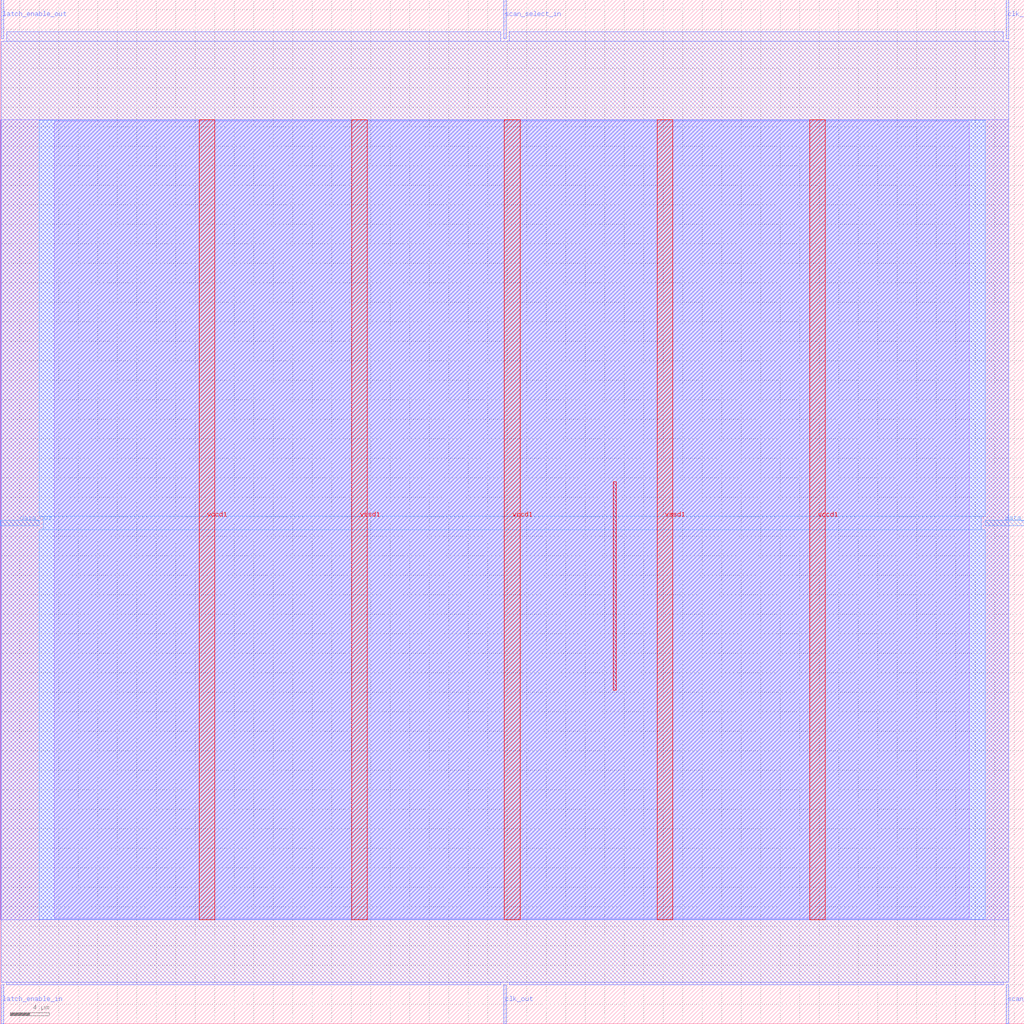
<source format=lef>
VERSION 5.7 ;
  NOWIREEXTENSIONATPIN ON ;
  DIVIDERCHAR "/" ;
  BUSBITCHARS "[]" ;
MACRO scan_wrapper_341296149788885588
  CLASS BLOCK ;
  FOREIGN scan_wrapper_341296149788885588 ;
  ORIGIN 0.000 0.000 ;
  SIZE 105.000 BY 105.000 ;
  PIN clk_in
    DIRECTION INPUT ;
    USE SIGNAL ;
    PORT
      LAYER met2 ;
        RECT 103.130 101.000 103.410 105.000 ;
    END
  END clk_in
  PIN clk_out
    DIRECTION OUTPUT TRISTATE ;
    USE SIGNAL ;
    PORT
      LAYER met2 ;
        RECT 51.610 0.000 51.890 4.000 ;
    END
  END clk_out
  PIN data_in
    DIRECTION INPUT ;
    USE SIGNAL ;
    PORT
      LAYER met3 ;
        RECT 101.000 51.040 105.000 51.640 ;
    END
  END data_in
  PIN data_out
    DIRECTION OUTPUT TRISTATE ;
    USE SIGNAL ;
    PORT
      LAYER met3 ;
        RECT 0.000 51.040 4.000 51.640 ;
    END
  END data_out
  PIN latch_enable_in
    DIRECTION INPUT ;
    USE SIGNAL ;
    PORT
      LAYER met2 ;
        RECT 0.090 0.000 0.370 4.000 ;
    END
  END latch_enable_in
  PIN latch_enable_out
    DIRECTION OUTPUT TRISTATE ;
    USE SIGNAL ;
    PORT
      LAYER met2 ;
        RECT 0.090 101.000 0.370 105.000 ;
    END
  END latch_enable_out
  PIN scan_select_in
    DIRECTION INPUT ;
    USE SIGNAL ;
    PORT
      LAYER met2 ;
        RECT 51.610 101.000 51.890 105.000 ;
    END
  END scan_select_in
  PIN scan_select_out
    DIRECTION OUTPUT TRISTATE ;
    USE SIGNAL ;
    PORT
      LAYER met2 ;
        RECT 103.130 0.000 103.410 4.000 ;
    END
  END scan_select_out
  PIN vccd1
    DIRECTION INPUT ;
    USE POWER ;
    PORT
      LAYER met4 ;
        RECT 20.380 10.640 21.980 92.720 ;
    END
    PORT
      LAYER met4 ;
        RECT 51.700 10.640 53.300 92.720 ;
    END
    PORT
      LAYER met4 ;
        RECT 83.020 10.640 84.620 92.720 ;
    END
  END vccd1
  PIN vssd1
    DIRECTION INPUT ;
    USE GROUND ;
    PORT
      LAYER met4 ;
        RECT 36.040 10.640 37.640 92.720 ;
    END
    PORT
      LAYER met4 ;
        RECT 67.360 10.640 68.960 92.720 ;
    END
  END vssd1
  OBS
      LAYER li1 ;
        RECT 5.520 10.795 99.360 92.565 ;
      LAYER met1 ;
        RECT 0.070 10.640 103.430 92.720 ;
      LAYER met2 ;
        RECT 0.650 100.720 51.330 101.730 ;
        RECT 52.170 100.720 102.850 101.730 ;
        RECT 0.100 4.280 103.400 100.720 ;
        RECT 0.650 4.000 51.330 4.280 ;
        RECT 52.170 4.000 102.850 4.280 ;
      LAYER met3 ;
        RECT 4.000 52.040 101.000 92.645 ;
        RECT 4.400 50.640 100.600 52.040 ;
        RECT 4.000 10.715 101.000 50.640 ;
      LAYER met4 ;
        RECT 62.855 34.175 63.185 55.585 ;
  END
END scan_wrapper_341296149788885588
END LIBRARY


</source>
